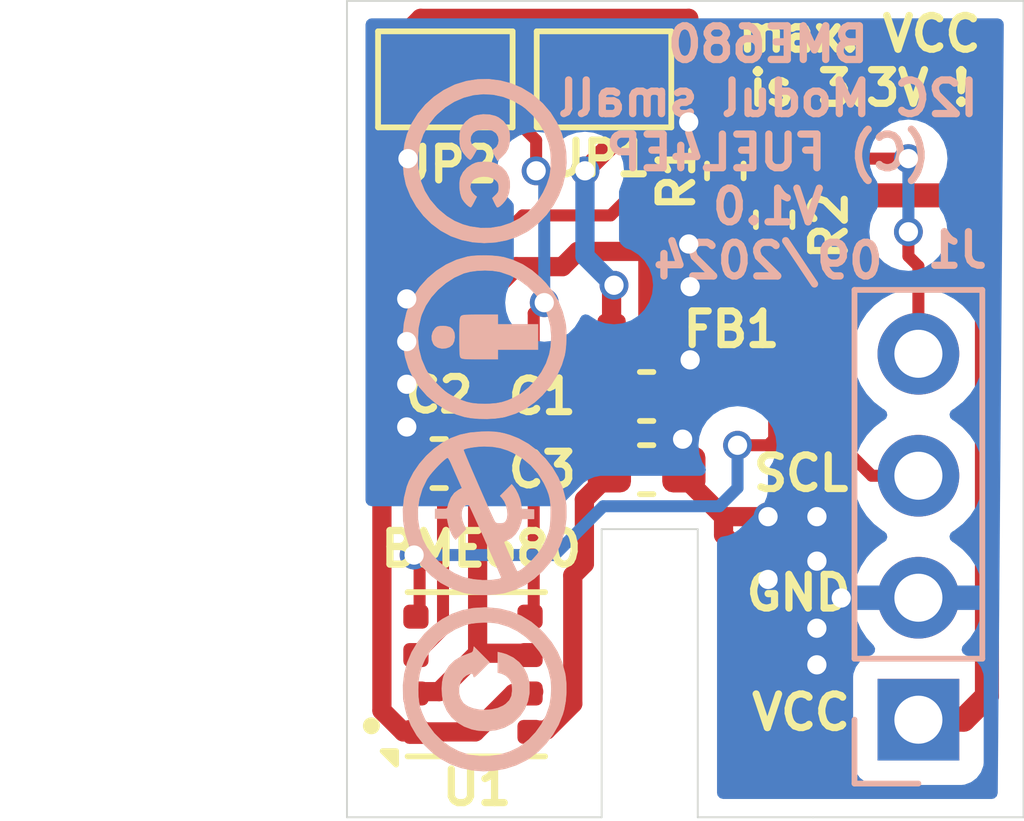
<source format=kicad_pcb>
(kicad_pcb (version 20240108) (generator "pcbnew") (generator_version "8.0")
  (title_block (title "I2C_Module_BME680_small_FUEL4EP") (date "2024-09-29") (rev "V1.0") (company "(c) FUEL4EP"))
  (layers (0 "F.Cu" signal) (31 "B.Cu" signal) (34 "B.Paste" user) (35 "F.Paste" user) (36 "B.SilkS" user "B.Silkscreen") (37 "F.SilkS" user "F.Silkscreen") (38 "B.Mask" user) (39 "F.Mask" user) (44 "Edge.Cuts" user))
  (net 0 "")
  (net 1 "VCC")
  (net 2 "GND")
  (net 3 "/SCL")
  (net 4 "/SDA")
  (net 5 "VDDA")
  (net 6 "Net-(JP1-A)")
  (footprint "Capacitor_SMD:C_0603_1608Metric" (layer "F.Cu") (at 6.236 -8.763)
    (property "Reference" "C1" (at -2.172 0 0) (layer "F.SilkS") (effects (font (size 0.7 0.7))))
    (property "Value" "4.7u")
    (fp_line (start -0.14058 -0.51) (end 0.14058 -0.51) (stroke (width 0.12)) (layer "F.SilkS"))
    (fp_line (start -0.14058 0.51) (end 0.14058 0.51) (stroke (width 0.12)) (layer "F.SilkS"))
    (pad "1" smd roundrect (at -0.775 0) (size 0.9 0.95) (layers "F.Cu" "F.Paste" "F.Mask") (net 5 "VDDA"))
    (pad "2" smd roundrect (at 0.775 0) (size 0.9 0.95) (layers "F.Cu" "F.Paste" "F.Mask") (net 2 "GND"))
  )
  (footprint "Jumper:SolderJumper-2_P1.3mm_Open_Pad1.0x1.5mm" (layer "F.Cu") (at 5.349 -15.367)
    (property "Reference" "JP1" (at 0 1.651 0) (layer "F.SilkS") (effects (font (size 0.7 0.7))))
    (property "Value" "SolderJumper_2_Open")
    (fp_line (start -1.4 -1) (end 1.4 -1) (stroke (width 0.12)) (layer "F.SilkS"))
    (fp_line (start -1.4 1) (end -1.4 -1) (stroke (width 0.12)) (layer "F.SilkS"))
    (fp_line (start 1.4 -1) (end 1.4 1) (stroke (width 0.12)) (layer "F.SilkS"))
    (fp_line (start 1.4 1) (end -1.4 1) (stroke (width 0.12)) (layer "F.SilkS"))
    (pad "1" smd rect (at -0.65 0) (size 1 1.5) (layers "F.Cu" "F.Mask") (net 6 "Net-(JP1-A)"))
    (pad "2" smd rect (at 0.65 0) (size 1 1.5) (layers "F.Cu" "F.Mask") (net 5 "VDDA"))
  )
  (footprint "Package_LGA:Bosch_LGA-8_3x3mm_P0.8mm_ClockwisePinNumbering" (layer "F.Cu") (at 2.6225 -2.978 90)
    (property "Reference" "U1" (at -2.356 0.0825 180) (layer "F.SilkS") (effects (font (size 0.7 0.7))))
    (property "Value" "BME680")
    (fp_line (start 1.71 -1.36) (end 1.71 1.5) (stroke (width 0.12)) (layer "F.SilkS"))
    (fp_line (start -1.71 -1.36) (end -1.71 1.5) (stroke (width 0.12)) (layer "F.SilkS"))
    (fp_poly (pts (xy -1.6 -1.6) (xy -1.88 -1.6) (xy -1.6 -1.88) (xy -1.6 -1.6)) (stroke (width 0.12)) (fill solid) (layer "F.SilkS"))
    (pad "1" smd roundrect (at -1.2 -1.1875 90) (size 0.5 0.525) (layers "F.Cu" "F.Paste" "F.Mask") (net 2 "GND"))
    (pad "2" smd roundrect (at -0.4 -1.1875 90) (size 0.5 0.525) (layers "F.Cu" "F.Paste" "F.Mask") (net 1 "VCC"))
    (pad "3" smd roundrect (at 0.4 -1.1875 90) (size 0.5 0.525) (layers "F.Cu" "F.Paste" "F.Mask") (net 4 "/SDA"))
    (pad "4" smd roundrect (at 1.2 -1.1875 90) (size 0.5 0.525) (layers "F.Cu" "F.Paste" "F.Mask") (net 3 "/SCL"))
    (pad "5" smd roundrect (at 1.2 1.1875 90) (size 0.5 0.525) (layers "F.Cu" "F.Paste" "F.Mask") (net 6 "Net-(JP1-A)"))
    (pad "6" smd roundrect (at 0.4 1.1875 90) (size 0.5 0.525) (layers "F.Cu" "F.Paste" "F.Mask") (net 1 "VCC"))
    (pad "7" smd roundrect (at -0.4 1.1875 90) (size 0.5 0.525) (layers "F.Cu" "F.Paste" "F.Mask") (net 2 "GND"))
    (pad "8" smd roundrect (at -1.2 1.1875 90) (size 0.5 0.525) (layers "F.Cu" "F.Paste" "F.Mask") (net 5 "VDDA"))
  )
  (footprint "Inductor_SMD:L_0402_1005Metric" (layer "F.Cu") (at 5.992 -10.16 180)
    (property "Reference" "FB1" (at -2.009 0 0) (layer "F.SilkS") (effects (font (size 0.7 0.7))))
    (property "Value" "FerriteBead")
    (pad "1" smd roundrect (at -0.485 0 180) (size 0.59 0.64) (layers "F.Cu" "F.Paste" "F.Mask") (net 1 "VCC"))
    (pad "2" smd roundrect (at 0.485 0 180) (size 0.59 0.64) (layers "F.Cu" "F.Paste" "F.Mask") (net 5 "VDDA"))
  )
  (footprint "Jumper:SolderJumper-2_P1.3mm_Bridged_Pad1.0x1.5mm" (layer "F.Cu") (at 2.047 -15.367)
    (property "Reference" "JP2" (at 0.112 1.778 0) (layer "F.SilkS") (effects (font (size 0.7 0.7))))
    (property "Value" "SolderJumper_2_Bridged")
    (fp_poly (pts (xy -0.25 -0.3) (xy 0.25 -0.3) (xy 0.25 0.3) (xy -0.25 0.3)) (fill solid) (layer "F.Cu"))
    (fp_line (start -1.4 -1) (end 1.4 -1) (stroke (width 0.12)) (layer "F.SilkS"))
    (fp_line (start -1.4 1) (end -1.4 -1) (stroke (width 0.12)) (layer "F.SilkS"))
    (fp_line (start 1.4 -1) (end 1.4 1) (stroke (width 0.12)) (layer "F.SilkS"))
    (fp_line (start 1.4 1) (end -1.4 1) (stroke (width 0.12)) (layer "F.SilkS"))
    (pad "1" smd rect (at -0.65 0) (size 1 1.5) (layers "F.Cu" "F.Mask") (net 2 "GND"))
    (pad "2" smd rect (at 0.65 0) (size 1 1.5) (layers "F.Cu" "F.Mask") (net 6 "Net-(JP1-A)"))
  )
  (footprint "Resistor_SMD:R_0402_1005Metric" (layer "F.Cu") (at 8.89 -12.444 90)
    (property "Reference" "R2" (at -0.125 1.143 -90) (layer "F.SilkS") (effects (font (size 0.7 0.7))))
    (property "Value" "10k")
    (fp_line (start -0.153641 -0.38) (end 0.153641 -0.38) (stroke (width 0.12)) (layer "F.SilkS"))
    (fp_line (start -0.153641 0.38) (end 0.153641 0.38) (stroke (width 0.12)) (layer "F.SilkS"))
    (pad "1" smd roundrect (at -0.51 0 90) (size 0.54 0.64) (layers "F.Cu" "F.Paste" "F.Mask") (net 3 "/SCL"))
    (pad "2" smd roundrect (at 0.51 0 90) (size 0.54 0.64) (layers "F.Cu" "F.Paste" "F.Mask") (net 1 "VCC"))
  )
  (footprint "Capacitor_SMD:C_0603_1608Metric" (layer "F.Cu") (at 1.918 -7.366)
    (property "Reference" "C2" (at 0 -1.43 0) (layer "F.SilkS") (effects (font (size 0.7 0.7))))
    (property "Value" "100n")
    (fp_line (start -0.14058 -0.51) (end 0.14058 -0.51) (stroke (width 0.12)) (layer "F.SilkS"))
    (fp_line (start -0.14058 0.51) (end 0.14058 0.51) (stroke (width 0.12)) (layer "F.SilkS"))
    (pad "1" smd roundrect (at -0.775 0) (size 0.9 0.95) (layers "F.Cu" "F.Paste" "F.Mask") (net 2 "GND"))
    (pad "2" smd roundrect (at 0.775 0) (size 0.9 0.95) (layers "F.Cu" "F.Paste" "F.Mask") (net 1 "VCC"))
  )
  (footprint "Capacitor_SMD:C_0603_1608Metric" (layer "F.Cu") (at 6.236 -7.239 180)
    (property "Reference" "C3" (at 2.172 0 0) (layer "F.SilkS") (effects (font (size 0.7 0.7))))
    (property "Value" "100n")
    (fp_line (start -0.14058 0.51) (end 0.14058 0.51) (stroke (width 0.12)) (layer "F.SilkS"))
    (fp_line (start -0.14058 -0.51) (end 0.14058 -0.51) (stroke (width 0.12)) (layer "F.SilkS"))
    (pad "1" smd roundrect (at -0.775 0 180) (size 0.9 0.95) (layers "F.Cu" "F.Paste" "F.Mask") (net 2 "GND"))
    (pad "2" smd roundrect (at 0.775 0 180) (size 0.9 0.95) (layers "F.Cu" "F.Paste" "F.Mask") (net 5 "VDDA"))
  )
  (footprint "Resistor_SMD:R_0402_1005Metric" (layer "F.Cu") (at 7.874 -13.46 -90)
    (property "Reference" "R1" (at 0.125 1.016 90) (layer "F.SilkS") (effects (font (size 0.7 0.7))))
    (property "Value" "10k")
    (fp_line (start -0.153641 0.38) (end 0.153641 0.38) (stroke (width 0.12)) (layer "F.SilkS"))
    (fp_line (start -0.153641 -0.38) (end 0.153641 -0.38) (stroke (width 0.12)) (layer "F.SilkS"))
    (pad "1" smd roundrect (at -0.51 0 270) (size 0.54 0.64) (layers "F.Cu" "F.Paste" "F.Mask") (net 4 "/SDA"))
    (pad "2" smd roundrect (at 0.51 0 270) (size 0.54 0.64) (layers "F.Cu" "F.Paste" "F.Mask") (net 1 "VCC"))
  )
  (footprint "Connector_PinHeader_2.54mm:PinHeader_1x04_P2.54mm_Vertical" (layer "B.Cu") (at 11.892 -2.032)
    (property "Reference" "J1" (at 0.808 -9.779 0) (layer "B.SilkS") (effects (font (size 0.7 0.7)) (justify mirror)))
    (property "Value" "Conn_01x04")
    (fp_line (start -1.33 -8.95) (end -1.33 -1.27) (stroke (width 0.12)) (layer "B.SilkS"))
    (fp_line (start -1.33 1.33) (end -1.33 0) (stroke (width 0.12)) (layer "B.SilkS"))
    (fp_line (start 0 1.33) (end -1.33 1.33) (stroke (width 0.12)) (layer "B.SilkS"))
    (fp_line (start 1.33 -8.95) (end -1.33 -8.95) (stroke (width 0.12)) (layer "B.SilkS"))
    (fp_line (start 1.33 -8.95) (end 1.33 -1.27) (stroke (width 0.12)) (layer "B.SilkS"))
    (fp_line (start 1.33 -1.27) (end -1.33 -1.27) (stroke (width 0.12)) (layer "B.SilkS"))
    (pad "1" thru_hole rect (at 0 0) (size 1.7 1.7) (drill 1) (layers "*.Cu" "*.Mask") (net 1 "VCC"))
    (pad "2" thru_hole oval (at 0 -2.54) (size 1.7 1.7) (drill 1) (layers "*.Cu" "*.Mask") (net 2 "GND"))
    (pad "3" thru_hole oval (at 0 -5.08) (size 1.7 1.7) (drill 1) (layers "*.Cu" "*.Mask") (net 3 "/SCL"))
    (pad "4" thru_hole oval (at 0 -7.62) (size 1.7 1.7) (drill 1) (layers "*.Cu" "*.Mask") (net 4 "/SDA"))
  )
  (footprint "FUEL4EP:CC-BY-ND-SA" (layer "B.Cu") (at 2.8496 -8.1788 -90)
    (property "Reference" "LOGO1" (hide yes))
    (property "Value" "Logo_Open_Hardware_Small" (hide yes))
    (fp_poly (pts (xy -1.758829 1.081206) (xy -1.681066 1.051401) (xy -1.644833 1.023028) (xy -1.602485 0.957461) (xy -1.58392 0.876987) (xy -1.588425 0.792509) (xy -1.615287 0.714933) (xy -1.663794 0.655164) (xy -1.669155 0.651061) (xy -1.734456 0.620972) (xy -1.816263 0.607523) (xy -1.897774 0.612956) (xy -1.917466 0.617925) (xy -1.983336 0.650778) (xy -2.025596 0.704563) (xy -2.046664 0.783464) (xy -2.050143 0.847485) (xy -2.048325 0.914308) (xy -2.040276 0.957618) (xy -2.022101 0.990111) (xy -1.998444 1.016061) (xy -1.928279 1.063325) (xy -1.844821 1.08511) (xy -1.758829 1.081206)) (stroke (width 0.01)) (fill solid) (layer "B.SilkS"))
    (fp_poly (pts (xy -1.684775 0.507665) (xy -1.582561 0.506458) (xy -1.507467 0.504075) (xy -1.454911 0.500211) (xy -1.420315 0.494563) (xy -1.399096 0.486826) (xy -1.389225 0.47949) (xy -1.379373 0.464706) (xy -1.37202 0.4396) (xy -1.366826 0.399396) (xy -1.363449 0.339319) (xy -1.361547 0.254593) (xy -1.36078 0.140441) (xy -1.360715 0.080347) (xy -1.360715 -0.290286) (xy -1.560286 -0.290286) (xy -1.560286 -1.124857) (xy -2.086429 -1.124857) (xy -2.086429 -0.290286) (xy -2.286 -0.290286) (xy -2.286 0.078831) (xy -2.285741 0.204694) (xy -2.284688 0.299273) (xy -2.282423 0.367566) (xy -2.278533 0.414571) (xy -2.272602 0.445289) (xy -2.264213 0.464717) (xy -2.252952 0.477856) (xy -2.252822 0.477974) (xy -2.237759 0.487929) (xy -2.214354 0.495451) (xy -2.17789 0.500868) (xy -2.123652 0.504505) (xy -2.046921 0.506688) (xy -1.942983 0.507744) (xy -1.818689 0.508) (xy -1.684775 0.507665)) (stroke (width 0.01)) (fill solid) (layer "B.SilkS"))
    (fp_poly (pts (xy -5.843953 0.500439) (xy -5.757446 0.482839) (xy -5.749031 0.480035) (xy -5.700535 0.455967) (xy -5.644831 0.418203) (xy -5.590408 0.373943) (xy -5.545751 0.33039) (xy -5.519348 0.294746) (xy -5.515644 0.281973) (xy -5.53052 0.264326) (xy -5.569301 0.236276) (xy -5.623252 0.204088) (xy -5.730645 0.145104) (xy -5.769091 0.199097) (xy -5.828835 0.254083) (xy -5.904 0.280239) (xy -5.984781 0.27482) (xy -6.009283 0.266361) (xy -6.072088 0.228314) (xy -6.113801 0.172277) (xy -6.13806 0.091943) (xy -6.14572 0.029835) (xy -6.145108 -0.086167) (xy -6.121607 -0.177082) (xy -6.074001 -0.246926) (xy -6.057111 -0.262478) (xy -5.991622 -0.298108) (xy -5.916913 -0.309361) (xy -5.843584 -0.297538) (xy -5.782234 -0.263942) (xy -5.750213 -0.224782) (xy -5.728724 -0.194672) (xy -5.701887 -0.184365) (xy -5.662118 -0.194242) (xy -5.601833 -0.224686) (xy -5.587104 -0.233015) (xy -5.49678 -0.284602) (xy -5.571814 -0.369845) (xy -5.658971 -0.452843) (xy -5.751414 -0.505228) (xy -5.859562 -0.531957) (xy -5.923643 -0.537288) (xy -5.996805 -0.538034) (xy -6.063044 -0.534665) (xy -6.105072 -0.528499) (xy -6.218229 -0.481018) (xy -6.316183 -0.404686) (xy -6.391717 -0.306046) (xy -6.422688 -0.240452) (xy -6.45238 -0.117926) (xy -6.458053 0.016497) (xy -6.439748 0.147547) (xy -6.421555 0.207195) (xy -6.373897 0.296042) (xy -6.303931 0.37868) (xy -6.221605 0.445362) (xy -6.136867 0.486341) (xy -6.136564 0.486432) (xy -6.049851 0.502506) (xy -5.946868 0.507085) (xy -5.843953 0.500439)) (stroke (width 0.01)) (fill solid) (layer "B.SilkS"))
    (fp_poly (pts (xy -4.925138 0.505796) (xy -4.81855 0.491246) (xy -4.726924 0.463993) (xy -4.693669 0.447651) (xy -4.639115 0.409823) (xy -4.588988 0.365166) (xy -4.550081 0.321093) (xy -4.529184 0.285019) (xy -4.529165 0.268063) (xy -4.549131 0.252659) (xy -4.592001 0.22733) (xy -4.641358 0.20123) (xy -4.744357 0.149271) (xy -4.777776 0.193653) (xy -4.817814 0.232366) (xy -4.869336 0.265727) (xy -4.872397 0.267221) (xy -4.947499 0.28463) (xy -5.023094 0.271287) (xy -5.087866 0.230532) (xy -5.116265 0.195244) (xy -5.152204 0.107439) (xy -5.165591 0.007448) (xy -5.157294 -0.093932) (xy -5.128182 -0.185902) (xy -5.079925 -0.256867) (xy -5.0414 -0.288969) (xy -4.999968 -0.304281) (xy -4.939733 -0.308413) (xy -4.93386 -0.308429) (xy -4.874027 -0.305564) (xy -4.833513 -0.292248) (xy -4.795506 -0.2614) (xy -4.777066 -0.242382) (xy -4.714776 -0.176335) (xy -4.624054 -0.218826) (xy -4.57219 -0.244896) (xy -4.535268 -0.266765) (xy -4.524183 -0.276124) (xy -4.527781 -0.301789) (xy -4.554432 -0.341255) (xy -4.597453 -0.387528) (xy -4.650161 -0.433616) (xy -4.705872 -0.472524) (xy -4.719126 -0.480114) (xy -4.824046 -0.520178) (xy -4.944788 -0.539238) (xy -5.06673 -0.536033) (xy -5.152572 -0.517493) (xy -5.26254 -0.463284) (xy -5.353645 -0.37893) (xy -5.418378 -0.277249) (xy -5.44427 -0.218917) (xy -5.459545 -0.165976) (xy -5.466834 -0.104803) (xy -5.468772 -0.021776) (xy -5.468776 -0.016534) (xy -5.467255 0.066199) (xy -5.460852 0.126179) (xy -5.446806 0.176873) (xy -5.422354 0.231753) (xy -5.414807 0.246699) (xy -5.344396 0.350781) (xy -5.253868 0.432217) (xy -5.150323 0.484924) (xy -5.12913 0.49136) (xy -5.03317 0.506286) (xy -4.925138 0.505796)) (stroke (width 0.01)) (fill solid) (layer "B.SilkS"))
    (fp_poly (pts (xy 5.631663 0.869092) (xy 5.756036 0.849657) (xy 5.808844 0.835608) (xy 5.958363 0.770394) (xy 6.089457 0.675837) (xy 6.199517 0.555252) (xy 6.285937 0.411952) (xy 6.346109 0.249251) (xy 6.371997 0.119868) (xy 6.382633 -0.074657) (xy 6.361671 -0.257556) (xy 6.30983 -0.425875) (xy 6.227827 -0.576658) (xy 6.190782 -0.626424) (xy 6.067105 -0.752147) (xy 5.923981 -0.84844) (xy 5.76494 -0.913961) (xy 5.593512 -0.947365) (xy 5.413228 -0.947307) (xy 5.363715 -0.941412) (xy 5.210463 -0.901754) (xy 5.07216 -0.831164) (xy 4.952761 -0.733294) (xy 4.856223 -0.611792) (xy 4.786504 -0.470308) (xy 4.76108 -0.385536) (xy 4.738558 -0.290286) (xy 5.166406 -0.290286) (xy 5.186431 -0.36981) (xy 5.221372 -0.44617) (xy 5.280267 -0.514618) (xy 5.351973 -0.56355) (xy 5.384225 -0.575773) (xy 5.429607 -0.583324) (xy 5.494601 -0.588232) (xy 5.54443 -0.589337) (xy 5.653061 -0.574945) (xy 5.743656 -0.530985) (xy 5.819732 -0.455288) (xy 5.858714 -0.395772) (xy 5.906243 -0.285879) (xy 5.934892 -0.161405) (xy 5.945233 -0.02991) (xy 5.937837 0.101048) (xy 5.913276 0.223909) (xy 5.872121 0.331115) (xy 5.814946 0.415105) (xy 5.795987 0.433571) (xy 5.706483 0.489204) (xy 5.600325 0.518149) (xy 5.48637 0.519526) (xy 5.373472 0.492452) (xy 5.341462 0.478806) (xy 5.280718 0.435252) (xy 5.227647 0.371815) (xy 5.192726 0.302371) (xy 5.18568 0.272521) (xy 5.188127 0.238198) (xy 5.214096 0.221725) (xy 5.230231 0.218092) (xy 5.249984 0.213251) (xy 5.258418 0.204984) (xy 5.252666 0.188932) (xy 5.229859 0.160738) (xy 5.187131 0.116041) (xy 5.121614 0.050484) (xy 5.116838 0.045735) (xy 4.953 -0.117172) (xy 4.78912 0.045735) (xy 4.625239 0.208643) (xy 4.684798 0.217714) (xy 4.72315 0.227831) (xy 4.746464 0.250297) (xy 4.764522 0.295733) (xy 4.768339 0.308429) (xy 4.831988 0.475308) (xy 4.916613 0.61287) (xy 5.022946 0.72191) (xy 5.151719 0.803223) (xy 5.263314 0.846445) (xy 5.371321 0.867763) (xy 5.498764 0.875219) (xy 5.631663 0.869092)) (stroke (width 0.01)) (fill solid) (layer "B.SilkS"))
    (fp_poly (pts (xy -5.209548 1.665688) (xy -5.011275 1.624538) (xy -4.972053 1.612777) (xy -4.7484 1.523512) (xy -4.539651 1.404256) (xy -4.349534 1.258324) (xy -4.181776 1.089031) (xy -4.040104 0.899692) (xy -3.928245 0.693624) (xy -3.921431 0.678206) (xy -3.84411 0.458242) (xy -3.797539 0.228325) (xy -3.781301 -0.006356) (xy -3.794982 -0.240611) (xy -3.838168 -0.469251) (xy -3.910442 -0.687086) (xy -4.01139 -0.888927) (xy -4.051842 -0.9525) (xy -4.199518 -1.140499) (xy -4.371038 -1.305048) (xy -4.562485 -1.444516) (xy -4.769941 -1.557273) (xy -4.989492 -1.641687) (xy -5.217219 -1.696128) (xy -5.449207 -1.718963) (xy -5.681539 -1.708563) (xy -5.814786 -1.686684) (xy -6.061183 -1.617314) (xy -6.28875 -1.516971) (xy -6.496853 -1.386071) (xy -6.684853 -1.22503) (xy -6.852113 -1.034264) (xy -6.887783 -0.985947) (xy -7.009938 -0.784507) (xy -7.101444 -0.567448) (xy -7.161776 -0.339383) (xy -7.190409 -0.104923) (xy -7.188641 0.011407) (xy -6.882572 0.011407) (xy -6.870738 -0.196538) (xy -6.826092 -0.401799) (xy -6.748416 -0.601129) (xy -6.637496 -0.79128) (xy -6.579925 -0.86891) (xy -6.433303 -1.025609) (xy -6.261635 -1.160442) (xy -6.07167 -1.269028) (xy -5.87016 -1.346981) (xy -5.823857 -1.359867) (xy -5.67923 -1.385972) (xy -5.516996 -1.396701) (xy -5.351947 -1.392064) (xy -5.198876 -1.372073) (xy -5.142581 -1.359329) (xy -4.989449 -1.307458) (xy -4.830059 -1.232836) (xy -4.678485 -1.142765) (xy -4.568807 -1.061597) (xy -4.415184 -0.911264) (xy -4.289824 -0.740698) (xy -4.193725 -0.553611) (xy -4.12789 -0.353716) (xy -4.093317 -0.144726) (xy -4.091008 0.069647) (xy -4.121961 0.285689) (xy -4.164746 0.438252) (xy -4.237973 0.612176) (xy -4.336239 0.772571) (xy -4.464267 0.926713) (xy -4.516151 0.979714) (xy -4.684396 1.123003) (xy -4.865355 1.233195) (xy -5.061537 1.311404) (xy -5.275449 1.358743) (xy -5.400447 1.371946) (xy -5.62394 1.369882) (xy -5.839153 1.333056) (xy -6.043454 1.26245) (xy -6.234208 1.159049) (xy -6.408782 1.023834) (xy -6.457106 0.977712) (xy -6.606097 0.805066) (xy -6.723355 0.618865) (xy -6.808664 0.422356) (xy -6.861809 0.218788) (xy -6.882572 0.011407) (xy -7.188641 0.011407) (xy -7.186817 0.131323) (xy -7.150476 0.364741) (xy -7.080859 0.590721) (xy -7.070352 0.616857) (xy -6.960716 0.837412) (xy -6.822852 1.039041) (xy -6.659913 1.218727) (xy -6.475054 1.373451) (xy -6.271427 1.500196) (xy -6.052187 1.595945) (xy -6.044305 1.598686) (xy -5.850616 1.649898) (xy -5.639843 1.678229) (xy -5.422613 1.683539) (xy -5.209548 1.665688)) (stroke (width 0.01)) (fill solid) (layer "B.SilkS"))
    (fp_poly (pts (xy 5.670842 1.677935) (xy 5.915989 1.63849) (xy 6.050643 1.601909) (xy 6.269262 1.514938) (xy 6.474607 1.395684) (xy 6.663296 1.246777) (xy 6.831945 1.070844) (xy 6.962883 0.892993) (xy 7.071921 0.691595) (xy 7.150769 0.474874) (xy 7.199461 0.247583) (xy 7.218029 0.014479) (xy 7.206508 -0.219682) (xy 7.164931 -0.450144) (xy 7.09333 -0.672153) (xy 6.99174 -0.880951) (xy 6.949976 -0.948698) (xy 6.811165 -1.129568) (xy 6.644386 -1.293309) (xy 6.455571 -1.435725) (xy 6.250655 -1.552615) (xy 6.035573 -1.639782) (xy 5.930782 -1.669753) (xy 5.763154 -1.700578) (xy 5.581777 -1.715724) (xy 5.400261 -1.714879) (xy 5.232217 -1.697733) (xy 5.17534 -1.687012) (xy 4.941487 -1.621211) (xy 4.729088 -1.529022) (xy 4.533181 -1.407644) (xy 4.348806 -1.254278) (xy 4.270165 -1.176054) (xy 4.111735 -0.985678) (xy 3.986368 -0.780431) (xy 3.894291 -0.560879) (xy 3.83573 -0.327589) (xy 3.810911 -0.08113) (xy 3.81 -0.02224) (xy 3.810835 -0.007953) (xy 4.121254 -0.007953) (xy 4.124758 -0.146854) (xy 4.13872 -0.270671) (xy 4.144659 -0.301355) (xy 4.206645 -0.50465) (xy 4.299913 -0.695355) (xy 4.420897 -0.8702) (xy 4.566033 -1.025918) (xy 4.731755 -1.159241) (xy 4.914498 -1.2669) (xy 5.110698 -1.345626) (xy 5.316789 -1.392153) (xy 5.337499 -1.394872) (xy 5.49535 -1.403679) (xy 5.664778 -1.395219) (xy 5.826203 -1.370751) (xy 5.869071 -1.360751) (xy 6.056878 -1.295399) (xy 6.239622 -1.198982) (xy 6.410435 -1.076679) (xy 6.562449 -0.933665) (xy 6.688794 -0.775117) (xy 6.727552 -0.713739) (xy 6.813562 -0.533659) (xy 6.872816 -0.335649) (xy 6.904311 -0.127345) (xy 6.907043 0.083619) (xy 6.880007 0.28961) (xy 6.866866 0.345744) (xy 6.799893 0.535577) (xy 6.701334 0.717408) (xy 6.575816 0.885598) (xy 6.42796 1.034507) (xy 6.262392 1.158496) (xy 6.147519 1.223027) (xy 6.017285 1.282756) (xy 5.90246 1.32426) (xy 5.790443 1.350436) (xy 5.668632 1.364183) (xy 5.524424 1.3684) (xy 5.515428 1.368413) (xy 5.338795 1.361192) (xy 5.184248 1.337577) (xy 5.040251 1.29482) (xy 4.895269 1.230173) (xy 4.862285 1.212842) (xy 4.682817 1.096421) (xy 4.520049 0.951294) (xy 4.378505 0.782938) (xy 4.262708 0.596828) (xy 4.17718 0.398441) (xy 4.168965 0.373438) (xy 4.143811 0.264774) (xy 4.127756 0.133449) (xy 4.121254 -0.007953) (xy 3.810835 -0.007953) (xy 3.824302 0.222432) (xy 3.868255 0.448631) (xy 3.94343 0.660866) (xy 4.051396 0.863645) (xy 4.182697 1.047804) (xy 4.349783 1.228665) (xy 4.537058 1.380734) (xy 4.741512 1.503119) (xy 4.960129 1.594925) (xy 5.189899 1.655259) (xy 5.427807 1.683227) (xy 5.670842 1.677935)) (stroke (width 0.01)) (fill solid) (layer "B.SilkS"))
    (fp_poly (pts (xy -1.636143 1.67626) (xy -1.403079 1.637746) (xy -1.179769 1.568814) (xy -0.986833 1.478224) (xy -0.779738 1.342441) (xy -0.59637 1.181093) (xy -0.43897 0.997087) (xy -0.309774 0.793329) (xy -0.211024 0.572727) (xy -0.159912 0.40461) (xy -0.134681 0.264319) (xy -0.120853 0.10248) (xy -0.118435 -0.06821) (xy -0.127432 -0.235057) (xy -0.147849 -0.385362) (xy -0.159515 -0.439225) (xy -0.230871 -0.66252) (xy -0.33074 -0.8663) (xy -0.461523 -1.054705) (xy -0.61078 -1.2176) (xy -0.806204 -1.384306) (xy -1.015784 -1.517926) (xy -1.241457 -1.619542) (xy -1.437722 -1.679217) (xy -1.538577 -1.697202) (xy -1.66278 -1.709235) (xy -1.797834 -1.714997) (xy -1.931241 -1.71417) (xy -2.050505 -1.706436) (xy -2.119685 -1.696588) (xy -2.351131 -1.637328) (xy -2.562754 -1.551066) (xy -2.759209 -1.435249) (xy -2.945147 -1.287321) (xy -3.050044 -1.185764) (xy -3.208286 -1.001506) (xy -3.33287 -0.808922) (xy -3.426197 -0.603741) (xy -3.482731 -0.416289) (xy -3.501917 -0.306727) (xy -3.514317 -0.173881) (xy -3.519754 -0.029675) (xy -3.519671 -0.022607) (xy -3.211167 -0.022607) (xy -3.204215 -0.178655) (xy -3.183128 -0.319429) (xy -3.177241 -0.344413) (xy -3.107204 -0.548893) (xy -3.004823 -0.74173) (xy -2.873454 -0.917767) (xy -2.716456 -1.071846) (xy -2.689246 -1.094066) (xy -2.577706 -1.177798) (xy -2.476587 -1.241164) (xy -2.372813 -1.291442) (xy -2.256932 -1.334699) (xy -2.05299 -1.384973) (xy -1.838685 -1.40412) (xy -1.622769 -1.391855) (xy -1.460643 -1.360751) (xy -1.271461 -1.294796) (xy -1.089039 -1.197656) (xy -0.919259 -1.074171) (xy -0.768003 -0.929184) (xy -0.641153 -0.767536) (xy -0.553937 -0.614403) (xy -0.500362 -0.489954) (xy -0.463582 -0.374559) (xy -0.441035 -0.25607) (xy -0.430159 -0.122342) (xy -0.428125 -0.018143) (xy -0.431493 0.126899) (xy -0.444246 0.248906) (xy -0.469301 0.360547) (xy -0.509572 0.474491) (xy -0.567975 0.603408) (xy -0.57396 0.615647) (xy -0.614333 0.693833) (xy -0.653441 0.758067) (xy -0.698448 0.817893) (xy -0.756517 0.882857) (xy -0.832654 0.960361) (xy -0.926642 1.050032) (xy -1.00769 1.118049) (xy -1.084943 1.171551) (xy -1.15225 1.209794) (xy -1.360218 1.29886) (xy -1.576631 1.354014) (xy -1.797434 1.374956) (xy -2.018577 1.361389) (xy -2.236007 1.313013) (xy -2.293345 1.294018) (xy -2.476559 1.21055) (xy -2.649753 1.09605) (xy -2.808183 0.955386) (xy -2.947102 0.793426) (xy -3.061764 0.615039) (xy -3.147424 0.425093) (xy -3.151415 0.413789) (xy -3.184347 0.285953) (xy -3.204404 0.136375) (xy -3.211167 -0.022607) (xy -3.519671 -0.022607) (xy -3.518052 0.113967) (xy -3.509036 0.24512) (xy -3.493989 0.345158) (xy -3.427876 0.571279) (xy -3.329181 0.786611) (xy -3.200928 0.987354) (xy -3.046142 1.169705) (xy -2.867847 1.329863) (xy -2.669069 1.464024) (xy -2.556978 1.523035) (xy -2.339379 1.607745) (xy -2.109742 1.661415) (xy -1.873514 1.684202) (xy -1.636143 1.67626)) (stroke (width 0.01)) (fill solid) (layer "B.SilkS"))
    (fp_poly (pts (xy 2.004497 1.677952) (xy 2.239964 1.640843) (xy 2.466241 1.573957) (xy 2.677838 1.477988) (xy 2.781126 1.416245) (xy 2.980099 1.265197) (xy 3.152477 1.090769) (xy 3.296565 0.895326) (xy 3.41067 0.681233) (xy 3.493097 0.450855) (xy 3.504902 0.405983) (xy 3.530828 0.262819) (xy 3.544851 0.098346) (xy 3.546966 -0.074642) (xy 3.53717 -0.24335) (xy 3.515455 -0.394984) (xy 3.505228 -0.440896) (xy 3.435023 -0.661014) (xy 3.337718 -0.86115) (xy 3.210384 -1.046302) (xy 3.050096 -1.221468) (xy 3.045444 -1.225952) (xy 2.879178 -1.371149) (xy 2.711865 -1.486251) (xy 2.534883 -1.576649) (xy 2.404276 -1.626876) (xy 2.175011 -1.687526) (xy 1.937941 -1.717256) (xy 1.701738 -1.715379) (xy 1.542143 -1.695) (xy 1.316831 -1.636381) (xy 1.100807 -1.54555) (xy 0.897824 -1.425774) (xy 0.711631 -1.280321) (xy 0.54598 -1.112458) (xy 0.404622 -0.925453) (xy 0.291308 -0.722574) (xy 0.221183 -0.544286) (xy 0.187458 -0.42911) (xy 0.16476 -0.32333) (xy 0.151773 -0.215805) (xy 0.147183 -0.09539) (xy 0.148609 -0.012653) (xy 0.453886 -0.012653) (xy 0.462432 -0.189028) (xy 0.489328 -0.345411) (xy 0.537478 -0.494643) (xy 0.588379 -0.607786) (xy 0.705747 -0.806105) (xy 0.847631 -0.977745) (xy 1.014726 -1.123399) (xy 1.207726 -1.243761) (xy 1.244985 -1.262654) (xy 1.356604 -1.313919) (xy 1.456625 -1.350444) (xy 1.555093 -1.37419) (xy 1.662052 -1.387115) (xy 1.787548 -1.391182) (xy 1.895928 -1.389701) (xy 2.011783 -1.385462) (xy 2.100421 -1.378873) (xy 2.170889 -1.368794) (xy 2.232236 -1.354087) (xy 2.267465 -1.342897) (xy 2.432452 -1.278043) (xy 2.575614 -1.201601) (xy 2.708674 -1.106262) (xy 2.843352 -0.984717) (xy 2.846005 -0.982105) (xy 2.924337 -0.900668) (xy 2.987461 -0.826668) (xy 3.032432 -0.764215) (xy 3.056307 -0.717421) (xy 3.056142 -0.690396) (xy 3.055431 -0.689619) (xy 3.03471 -0.677732) (xy 2.987457 -0.654544) (xy 2.920282 -0.623012) (xy 2.839792 -0.586097) (xy 2.752595 -0.546758) (xy 2.6653 -0.507955) (xy 2.584516 -0.472646) (xy 2.516849 -0.443792) (xy 2.468909 -0.424352) (xy 2.447347 -0.417286) (xy 2.433463 -0.432531) (xy 2.416458 -0.469726) (xy 2.4147 -0.474635) (xy 2.361869 -0.573238) (xy 2.279408 -0.658617) (xy 2.172931 -0.726175) (xy 2.054208 -0.769775) (xy 1.9685 -0.791694) (xy 1.966376 -0.917454) (xy 1.964253 -1.043214) (xy 1.768928 -1.043214) (xy 1.758358 -0.78466) (xy 1.651666 -0.772589) (xy 1.556675 -0.75144) (xy 1.45191 -0.711814) (xy 1.353461 -0.660683) (xy 1.289366 -0.615597) (xy 1.245231 -0.578461) (xy 1.365851 -0.457841) (xy 1.486471 -0.337222) (xy 1.52814 -0.376367) (xy 1.599844 -0.42682) (xy 1.688433 -0.464262) (xy 1.784297 -0.487079) (xy 1.877826 -0.493657) (xy 1.959408 -0.482382) (xy 2.012083 -0.457629) (xy 2.041772 -0.429061) (xy 2.055706 -0.392767) (xy 2.059214 -0.334737) (xy 2.059214 -0.33372) (xy 2.057109 -0.27913) (xy 2.04614 -0.247513) (xy 2.019323 -0.225605) (xy 1.995714 -0.213102) (xy 1.944855 -0.188646) (xy 1.869545 -0.153905) (xy 1.773873 -0.110654) (xy 1.661926 -0.06067) (xy 1.537793 -0.005728) (xy 1.40556 0.052397) (xy 1.269315 0.111929) (xy 1.133145 0.171093) (xy 1.00114 0.228113) (xy 0.877385 0.281213) (xy 0.765969 0.328618) (xy 0.67098 0.368552) (xy 0.596505 0.39924) (xy 0.546631 0.418906) (xy 0.525446 0.425775) (xy 0.525079 0.4257) (xy 0.509594 0.399671) (xy 0.493846 0.345314) (xy 0.479123 0.270558) (xy 0.466712 0.183325) (xy 0.457899 0.091544) (xy 0.453974 0.003139) (xy 0.453886 -0.012653) (xy 0.148609 -0.012653) (xy 0.149673 0.049056) (xy 0.150016 0.058632) (xy 0.170045 0.288086) (xy 0.213987 0.494986) (xy 0.284269 0.686021) (xy 0.321729 0.754798) (xy 0.68963 0.754798) (xy 0.705166 0.738069) (xy 0.745722 0.713385) (xy 0.802544 0.686068) (xy 0.803022 0.685861) (xy 0.866491 0.658202) (xy 0.951129 0.621009) (xy 1.044976 0.579548) (xy 1.120374 0.54608) (xy 1.324534 0.455224) (xy 1.36126 0.527213) (xy 1.426479 0.615262) (xy 1.522788 0.685016) (xy 1.649796 0.736222) (xy 1.709964 0.751645) (xy 1.736079 0.759245) (xy 1.750997 0.7733) (xy 1.75785 0.802453) (xy 1.759769 0.855343) (xy 1.759857 0.889346) (xy 1.759857 1.016) (xy 1.959428 1.016) (xy 1.959428 0.763644) (xy 2.027464 0.752492) (xy 2.110114 0.733338) (xy 2.198444 0.703976) (xy 2.279314 0.669466) (xy 2.339584 0.634867) (xy 2.346385 0.629703) (xy 2.396383 0.589643) (xy 2.177621 0.373537) (xy 2.091696 0.415283) (xy 1.999013 0.449818) (xy 1.906475 0.465989) (xy 1.820922 0.464512) (xy 1.749195 0.446104) (xy 1.698134 0.411481) (xy 1.67656 0.371796) (xy 1.67292 0.330936) (xy 1.68045 0.308027) (xy 1.70022 0.297221) (xy 1.749075 0.273733) (xy 1.822903 0.23939) (xy 1.917596 0.196024) (xy 2.029046 0.145462) (xy 2.153142 0.089536) (xy 2.285775 0.030073) (xy 2.422837 -0.031096) (xy 2.560218 -0.092142) (xy 2.693809 -0.151236) (xy 2.819501 -0.206547) (xy 2.933184 -0.256248) (xy 3.03075 -0.298508) (xy 3.108089 -0.331498) (xy 3.161091 -0.353388) (xy 3.185649 -0.362349) (xy 3.186492 -0.362469) (xy 3.204742 -0.347183) (xy 3.217829 -0.312964) (xy 3.240011 -0.150735) (xy 3.242527 0.027907) (xy 3.226174 0.209412) (xy 3.191753 0.38023) (xy 3.173303 0.441931) (xy 3.098341 0.614798) (xy 2.992572 0.78221) (xy 2.861473 0.938372) (xy 2.710522 1.077488) (xy 2.545195 1.193762) (xy 2.385748 1.275307) (xy 2.183792 1.341028) (xy 1.972543 1.3741) (xy 1.757563 1.374978) (xy 1.544415 1.344119) (xy 1.338661 1.281978) (xy 1.145866 1.189011) (xy 1.116601 1.171312) (xy 1.060957 1.132024) (xy 0.994994 1.07838) (xy 0.924194 1.01573) (xy 0.854044 0.949424) (xy 0.790028 0.884813) (xy 0.737631 0.827246) (xy 0.702338 0.782075) (xy 0.68963 0.754798) (xy 0.321729 0.754798) (xy 0.383319 0.867877) (xy 0.505043 1.036698) (xy 0.651739 1.197408) (xy 0.818283 1.341616) (xy 0.997318 1.464061) (xy 1.181489 1.559483) (xy 1.297846 1.603681) (xy 1.527949 1.660064) (xy 1.765329 1.68459) (xy 2.004497 1.677952)) (stroke (width 0.01)) (fill solid) (layer "B.SilkS"))
  )
  (gr_circle (center 0.508 -1.905) (end 0.608 -1.905) (stroke (width 0.1524)) (fill solid) (layer "F.SilkS"))
  (gr_line (start 0 0) (end 0 -17) (stroke (width 0.0381)) (layer "Edge.Cuts"))
  (gr_line (start 14.08 0) (end 9.7 0) (stroke (width 0.0381)) (layer "Edge.Cuts"))
  (gr_line (start 0 -17) (end 14.08 -17) (stroke (width 0.0381)) (layer "Edge.Cuts"))
  (gr_line (start 5.3 0) (end 5.3 -6) (stroke (width 0.0381)) (layer "Edge.Cuts"))
  (gr_line (start 5.3 -6) (end 7.3 -6) (stroke (width 0.0381)) (layer "Edge.Cuts"))
  (gr_line (start 9.7 0) (end 7.3 0) (stroke (width 0.0381)) (layer "Edge.Cuts"))
  (gr_line (start 7.3 -6) (end 7.3 0) (stroke (width 0.0381)) (layer "Edge.Cuts"))
  (gr_line (start 5.3 0) (end 0 0) (stroke (width 0.0381)) (layer "Edge.Cuts"))
  (gr_line (start 14.08 -17) (end 14.08 0) (stroke (width 0.0381)) (layer "Edge.Cuts"))
  (gr_text "BME680\nI2C Modul small\n(C) FUEL4EP\nV1.0\n09/2024" (at 8.763 -13.843 0) (layer "B.SilkS") (effects (font (size 0.7 0.7) (thickness 0.1524)) (justify mirror)))
  (gr_text "GND\n" (at 9.398 -4.6736 0) (layer "F.SilkS") (effects (font (size 0.7 0.7))))
  (gr_text "BME680" (at 2.794 -5.588 0) (layer "F.SilkS") (effects (font (size 0.7 0.7))))
  (gr_text "SCL\n" (at 9.4488 -7.1628 0) (layer "F.SilkS") (effects (font (size 0.7 0.7))))
  (gr_text "VCC\n" (at 9.4488 -2.1844 0) (layer "F.SilkS") (effects (font (size 0.7 0.7))))
  (gr_text "max. VCC\nis 3.3V !" (at 10.668 -15.748 0) (layer "F.SilkS") (effects (font (size 0.7 0.7) (thickness 0.1524))))
  (segment (start 6.477 -10.16) (end 6.312 -10.325) (width 0.5) (layer "F.Cu") (net 1))
  (segment (start 2.719336 -3.4163) (end 1.919336 -2.6163) (width 0.4) (layer "F.Cu") (net 1))
  (segment (start 2.719336 -3.4163) (end 2.719336 -10.669967) (width 0.4) (layer "F.Cu") (net 1))
  (segment (start 12.832 -2.032) (end 13.318 -2.518) (width 0.5) (layer "F.Cu") (net 1))
  (segment (start 4.485131 -11.4665) (end 4.802631 -11.784) (width 0.4) (layer "F.Cu") (net 1))
  (segment (start 2.719336 -10.669967) (end 3.515869 -11.4665) (width 0.4) (layer "F.Cu") (net 1))
  (segment (start 6.312 -12.404) (end 6.858 -12.95) (width 0.5) (layer "F.Cu") (net 1))
  (segment (start 4.802631 -11.784) (end 6.212 -11.784) (width 0.4) (layer "F.Cu") (net 1))
  (segment (start 12.569 -12.95) (end 6.858 -12.95) (width 0.5) (layer "F.Cu") (net 1))
  (segment (start 13.318 -2.518) (end 13.318 -12.209) (width 0.5) (layer "F.Cu") (net 1))
  (segment (start 1.919336 -2.6163) (end 1.5113 -2.6163) (width 0.4) (layer "F.Cu") (net 1))
  (segment (start 3.8863 -3.4163) (end 2.719336 -3.4163) (width 0.4) (layer "F.Cu") (net 1))
  (segment (start 6.312 -11.684) (end 6.312 -12.404) (width 0.5) (layer "F.Cu") (net 1))
  (segment (start 11.892 -2.032) (end 12.832 -2.032) (width 0.5) (layer "F.Cu") (net 1))
  (segment (start 3.515869 -11.4665) (end 4.485131 -11.4665) (width 0.4) (layer "F.Cu") (net 1))
  (segment (start 13.318 -12.209) (end 12.573 -12.954) (width 0.5) (layer "F.Cu") (net 1))
  (segment (start 6.312 -10.325) (end 6.312 -11.684) (width 0.5) (layer "F.Cu") (net 1))
  (segment (start 6.212 -11.784) (end 6.312 -11.684) (width 0.4) (layer "F.Cu") (net 1))
  (segment (start 12.573 -12.954) (end 12.569 -12.95) (width 0.5) (layer "F.Cu") (net 1))
  (segment (start 10.408 -4.572) (end 11.892 -4.572) (width 0.4) (layer "F.Cu") (net 2))
  (segment (start 7.142 -8.894) (end 7.142 -9.525) (width 0.4) (layer "F.Cu") (net 2))
  (segment (start 1.533 -16.637) (end 7.112 -16.637) (width 0.4) (layer "F.Cu") (net 2))
  (segment (start 1.244 -9.652) (end 1.244 -9.906) (width 0.4) (layer "F.Cu") (net 2))
  (segment (start 9.78 -5.334) (end 9.78 -5.2) (width 0.4) (layer "F.Cu") (net 2))
  (segment (start 0.727 -6.823) (end 1.244 -7.34) (width 0.4) (layer "F.Cu") (net 2))
  (segment (start 7.142 -9.525) (end 7.142 -11.049) (width 0.4) (layer "F.Cu") (net 2))
  (segment (start 9.779 -3.937) (end 10.408 -4.566) (width 0.4) (layer "F.Cu") (net 2))
  (segment (start 1.5113 -1.8163) (end 1.248801 -1.8163) (width 0.4) (layer "F.Cu") (net 2))
  (segment (start 7.837 -6.26) (end 8.763 -6.26) (width 0.4) (layer "F.Cu") (net 2))
  (segment (start 9.78 -5.2) (end 10.408 -4.572) (width 0.4) (layer "F.Cu") (net 2))
  (segment (start 8.89 -4.826) (end 8.89 -4.572) (width 0.4) (layer "F.Cu") (net 2))
  (segment (start 9.78 -4.572) (end 9.786 -4.566) (width 0.4) (layer "F.Cu") (net 2))
  (segment (start 7.837 -6.26) (end 7.837 -5.879) (width 0.4) (layer "F.Cu") (net 2))
  (segment (start 9.78 -6.26) (end 9.78 -5.334) (width 0.4) (layer "F.Cu") (net 2))
  (segment (start 7.142 -11.908) (end 7.112 -11.938) (width 0.4) (layer "F.Cu") (net 2))
  (segment (start 8.89 -4.572) (end 9.78 -4.572) (width 0.4) (layer "F.Cu") (net 2))
  (segment (start 1.244 -13.69) (end 1.27 -13.716) (width 0.4) (layer "F.Cu") (net 2))
  (segment (start 3.81 -2.578) (end 3.467 -2.578) (width 0.4) (layer "F.Cu") (net 2))
  (segment (start 10.408 -4.566) (end 10.287 -4.566) (width 0.4) (layer "F.Cu") (net 2))
  (segment (start 6.985 -7.112) (end 7.837 -6.26) (width 0.4) (layer "F.Cu") (net 2))
  (segment (start 1.367 -16.471) (end 1.533 -16.637) (width 0.4) (layer "F.Cu") (net 2))
  (segment (start 9.779 -3.937) (end 9.779 -3.175) (width 0.4) (layer "F.Cu") (net 2))
  (segment (start 6.985 -7.112) (end 6.985 -7.874) (width 0.4) (layer "F.Cu") (net 2))
  (segment (start 9.78 -3.938) (end 9.779 -3.937) (width 0.4) (layer "F.Cu") (net 2))
  (segment (start 1.244 -10.795) (end 1.244 -13.69) (width 0.4) (layer "F.Cu") (net 2))
  (segment (start 1.435 -1.778) (end 1.172501 -1.778) (width 0.4) (layer "F.Cu") (net 2))
  (segment (start 7.142 -11.049) (end 7.142 -11.908) (width 0.4) (layer "F.Cu") (net 2))
  (segment (start 3.7203 -2.6163) (end 3.8863 -2.6163) (width 0.4) (layer "F.Cu") (net 2))
  (segment (start 2.667 -1.778) (end 1.435 -1.778) (width 0.4) (layer "F.Cu") (net 2))
  (segment (start 8.763 -6.26) (end 9.78 -6.26) (width 0.4) (layer "F.Cu") (net 2))
  (segment (start 1.367 -15.367) (end 1.367 -16.471) (width 0.4) (layer "F.Cu") (net 2))
  (segment (start 1.244 -9.017) (end 1.244 -9.652) (width 0.4) (layer "F.Cu") (net 2))
  (segment (start 10.408 -4.566) (end 10.408 -4.572) (width 0.4) (layer "F.Cu") (net 2))
  (segment (start 3.467 -2.578) (end 2.667 -1.778) (width 0.4) (layer "F.Cu") (net 2))
  (segment (start 7.837 -5.879) (end 8.763 -4.953) (width 0.4) (layer "F.Cu") (net 2))
  (segment (start 1.244 -8.128) (end 1.244 -9.017) (width 0.4) (layer "F.Cu") (net 2))
  (segment (start 6.985 -7.874) (end 6.985 -8.737) (width 0.4) (layer "F.Cu") (net 2))
  (segment (start 7.112 -14.478) (end 7.112 -16.637) (width 0.4) (layer "F.Cu") (net 2))
  (segment (start 0.727 -2.223501) (end 0.727 -6.823) (width 0.4) (layer "F.Cu") (net 2))
  (segment (start 1.244 -7.34) (end 1.244 -8.128) (width 0.4) (layer "F.Cu") (net 2))
  (segment (start 8.763 -4.953) (end 8.89 -4.826) (width 0.4) (layer "F.Cu") (net 2))
  (segment (start 1.367 -15.367) (end 1.367 -13.813) (width 0.4) (layer "F.Cu") (net 2))
  (segment (start 1.367 -13.813) (end 1.27 -13.716) (width 0.4) (layer "F.Cu") (net 2))
  (segment (start 1.244 -9.906) (end 1.244 -10.795) (width 0.4) (layer "F.Cu") (net 2))
  (segment (start 10.287 -4.566) (end 9.786 -4.566) (width 0.4) (layer "F.Cu") (net 2))
  (segment (start 9.78 -4.572) (end 9.78 -3.938) (width 0.4) (layer "F.Cu") (net 2))
  (segment (start 9.78 -5.334) (end 9.78 -4.572) (width 0.4) (layer "F.Cu") (net 2))
  (segment (start 1.172501 -1.778) (end 0.727 -2.223501) (width 0.4) (layer "F.Cu") (net 2))
  (via (at 1.244 -9.906) (size 0.6) (drill 0.4) (layers "F.Cu" "B.Cu") (net 2))
  (via (at 7.142 -11.049) (size 0.6) (drill 0.4) (layers "F.Cu" "B.Cu") (net 2))
  (via (at 1.244 -10.795) (size 0.6) (drill 0.4) (layers "F.Cu" "B.Cu") (net 2))
  (via (at 10.287 -4.566) (size 0.6) (drill 0.4) (layers "F.Cu" "B.Cu") (net 2))
  (via (at 9.779 -3.175) (size 0.6) (drill 0.4) (layers "F.Cu" "B.Cu") (net 2))
  (via (at 9.78 -6.26) (size 0.6) (drill 0.4) (layers "F.Cu" "B.Cu") (net 2))
  (via (at 9.779 -3.937) (size 0.6) (drill 0.4) (layers "F.Cu" "B.Cu") (net 2))
  (via (at 6.985 -7.874) (size 0.6) (drill 0.4) (layers "F.Cu" "B.Cu") (net 2))
  (via (at 7.112 -11.938) (size 0.6) (drill 0.4) (layers "F.Cu" "B.Cu") (net 2))
  (via (at 1.27 -13.716) (size 0.6) (drill 0.4) (layers "F.Cu" "B.Cu") (net 2))
  (via (at 1.244 -9.017) (size 0.6) (drill 0.4) (layers "F.Cu" "B.Cu") (net 2))
  (via (at 8.763 -4.953) (size 0.6) (drill 0.4) (layers "F.Cu" "B.Cu") (net 2))
  (via (at 1.244 -8.128) (size 0.6) (drill 0.4) (layers "F.Cu" "B.Cu") (net 2))
  (via (at 9.78 -5.334) (size 0.6) (drill 0.4) (layers "F.Cu" "B.Cu") (net 2))
  (via (at 7.142 -9.525) (size 0.6) (drill 0.4) (layers "F.Cu" "B.Cu") (net 2))
  (via (at 7.112 -14.478) (size 0.6) (drill 0.4) (layers "F.Cu" "B.Cu") (net 2))
  (via (at 8.763 -6.26) (size 0.6) (drill 0.4) (layers "F.Cu" "B.Cu") (net 2))
  (segment (start 7.112 -11.938) (end 7.112 -14.478) (width 0.4) (layer "B.Cu") (net 2))
  (segment (start 1.5113 -5.3467) (end 1.397 -5.461) (width 0.25) (layer "F.Cu") (net 3))
  (segment (start 8.89 -7.874) (end 8.763 -7.747) (width 0.25) (layer "F.Cu") (net 3))
  (segment (start 10.922 -7.112) (end 11.892 -7.112) (width 0.25) (layer "F.Cu") (net 3))
  (segment (start 8.128 -7.747) (end 8.763 -7.747) (width 0.25) (layer "F.Cu") (net 3))
  (segment (start 8.763 -7.747) (end 10.287 -7.747) (width 0.25) (layer "F.Cu") (net 3))
  (segment (start 10.287 -7.747) (end 10.922 -7.112) (width 0.25) (layer "F.Cu") (net 3))
  (segment (start 8.89 -11.934) (end 8.89 -7.874) (width 0.25) (layer "F.Cu") (net 3))
  (segment (start 1.5113 -4.2163) (end 1.5113 -5.3467) (width 0.25) (layer "F.Cu") (net 3))
  (via (at 8.128 -7.747) (size 0.6) (drill 0.4) (layers "F.Cu" "B.Cu") (net 3))
  (via (at 1.397 -5.461) (size 0.6) (drill 0.4) (layers "F.Cu" "B.Cu") (net 3))
  (segment (start 4.318 -5.461) (end 5.334 -6.477) (width 0.25) (layer "B.Cu") (net 3))
  (segment (start 7.747 -6.477) (end 8.128 -6.858) (width 0.25) (layer "B.Cu") (net 3))
  (segment (start 5.334 -6.477) (end 7.747 -6.477) (width 0.25) (layer "B.Cu") (net 3))
  (segment (start 1.397 -5.461) (end 4.318 -5.461) (width 0.25) (layer "B.Cu") (net 3))
  (segment (start 8.128 -6.858) (end 8.128 -7.747) (width 0.25) (layer "B.Cu") (net 3))
  (segment (start 11.684 -11.684) (end 11.892 -11.476) (width 0.25) (layer "F.Cu") (net 4))
  (segment (start 11.684 -12.192) (end 11.684 -11.684) (width 0.25) (layer "F.Cu") (net 4))
  (segment (start 5.486595 -12.533) (end 6.705595 -13.752) (width 0.25) (layer "F.Cu") (net 4))
  (segment (start 7.656 -13.752) (end 7.874 -13.97) (width 0.25) (layer "F.Cu") (net 4))
  (segment (start 6.705595 -13.752) (end 7.656 -13.752) (width 0.25) (layer "F.Cu") (net 4))
  (segment (start 1.5113 -3.4163) (end 1.9988 -3.9038) (width 0.25) (layer "F.Cu") (net 4))
  (segment (start 1.9988 -6.843574) (end 1.905 -6.937374) (width 0.25) (layer "F.Cu") (net 4))
  (segment (start 9.906 -13.716) (end 11.684 -13.716) (width 0.25) (layer "F.Cu") (net 4))
  (segment (start 1.9988 -3.9038) (end 1.9988 -6.843574) (width 0.25) (layer "F.Cu") (net 4))
  (segment (start 9.652 -13.97) (end 7.874 -13.97) (width 0.25) (layer "F.Cu") (net 4))
  (segment (start 3.657405 -12.533) (end 5.486595 -12.533) (width 0.25) (layer "F.Cu") (net 4))
  (segment (start 9.906 -13.716) (end 9.652 -13.97) (width 0.25) (layer "F.Cu") (net 4))
  (segment (start 1.905 -10.780595) (end 3.657405 -12.533) (width 0.25) (layer "F.Cu") (net 4))
  (segment (start 1.905 -6.937374) (end 1.905 -10.780595) (width 0.25) (layer "F.Cu") (net 4))
  (segment (start 11.892 -11.476) (end 11.892 -9.652) (width 0.25) (layer "F.Cu") (net 4))
  (via (at 11.684 -12.192) (size 0.6) (drill 0.4) (layers "F.Cu" "B.Cu") (net 4))
  (via (at 11.684 -13.716) (size 0.6) (drill 0.4) (layers "F.Cu" "B.Cu") (net 4))
  (segment (start 11.684 -13.716) (end 11.684 -12.192) (width 0.25) (layer "B.Cu") (net 4))
  (segment (start 3.8863 -1.8163) (end 4.148799 -1.8163) (width 0.4) (layer "F.Cu") (net 5))
  (segment (start 4.699 -5.035339) (end 4.941 -5.277339) (width 0.4) (layer "F.Cu") (net 5))
  (segment (start 4.148799 -1.8163) (end 4.699 -2.366501) (width 0.4) (layer "F.Cu") (net 5))
  (segment (start 4.699 -2.366501) (end 4.699 -5.035339) (width 0.4) (layer "F.Cu") (net 5))
  (segment (start 5.507 -11.029404) (end 5.557298 -11.079702) (width 0.4) (layer "F.Cu") (net 5))
  (segment (start 5.507 -10.16) (end 5.507 -8.809) (width 0.4) (layer "F.Cu") (net 5))
  (segment (start 5.507 -10.16) (end 5.507 -11.029404) (width 0.4) (layer "F.Cu") (net 5))
  (segment (start 4.941 -5.277339) (end 4.941 -6.618) (width 0.4) (layer "F.Cu") (net 5))
  (segment (start 5.969 -14.478) (end 4.953 -13.462) (width 0.4) (layer "F.Cu") (net 5))
  (segment (start 4.941 -6.618) (end 5.435 -7.112) (width 0.4) (layer "F.Cu") (net 5))
  (segment (start 5.435 -7.112) (end 5.435 -8.737) (width 0.4) (layer "F.Cu") (net 5))
  (segment (start 5.969 -15.367) (end 5.969 -14.478) (width 0.4) (layer "F.Cu") (net 5))
  (via (at 5.557298 -11.079702) (size 0.6) (drill 0.4) (layers "F.Cu" "B.Cu") (net 5))
  (via (at 4.953 -13.462) (size 0.6) (drill 0.4) (layers "F.Cu" "B.Cu") (net 5))
  (segment (start 4.953 -11.684) (end 4.953 -13.462) (width 0.4) (layer "B.Cu") (net 5))
  (segment (start 5.557298 -11.079702) (end 4.953 -11.684) (width 0.4) (layer "B.Cu") (net 5))
  (segment (start 2.667 -15.367) (end 3.937 -14.097) (width 0.25) (layer "F.Cu") (net 6))
  (segment (start 3.8863 -4.2163) (end 3.8863 -10.497155) (width 0.25) (layer "F.Cu") (net 6))
  (segment (start 3.8863 -10.497155) (end 4.105645 -10.7165) (width 0.25) (layer "F.Cu") (net 6))
  (segment (start 2.667 -15.367) (end 4.669 -15.367) (width 0.25) (layer "F.Cu") (net 6))
  (segment (start 3.937 -14.097) (end 3.937 -13.461994) (width 0.25) (layer "F.Cu") (net 6))
  (via (at 4.105645 -10.7165) (size 0.6) (drill 0.4) (layers "F.Cu" "B.Cu") (net 6))
  (via (at 3.937 -13.461994) (size 0.6) (drill 0.4) (layers "F.Cu" "B.Cu") (net 6))
  (segment (start 4.105645 -13.293349) (end 3.937 -13.461994) (width 0.25) (layer "B.Cu") (net 6))
  (segment (start 4.105645 -10.7165) (end 4.105645 -13.293349) (width 0.25) (layer "B.Cu") (net 6))
  (zone (net 2) (net_name "GND") (layer "B.Cu") (connect_pads (clearance 0.508)) (min_thickness 0.254) (fill yes (thermal_gap 0.508) (thermal_bridge_width 0.508))
    (polygon (pts (xy 13.543 -0.381) (xy 7.701 -0.381) (xy 7.701 -6.477) (xy 0.3858 -6.477) (xy 0.3858 -16.637) (xy 13.67 -16.637)))
  )
)
</source>
